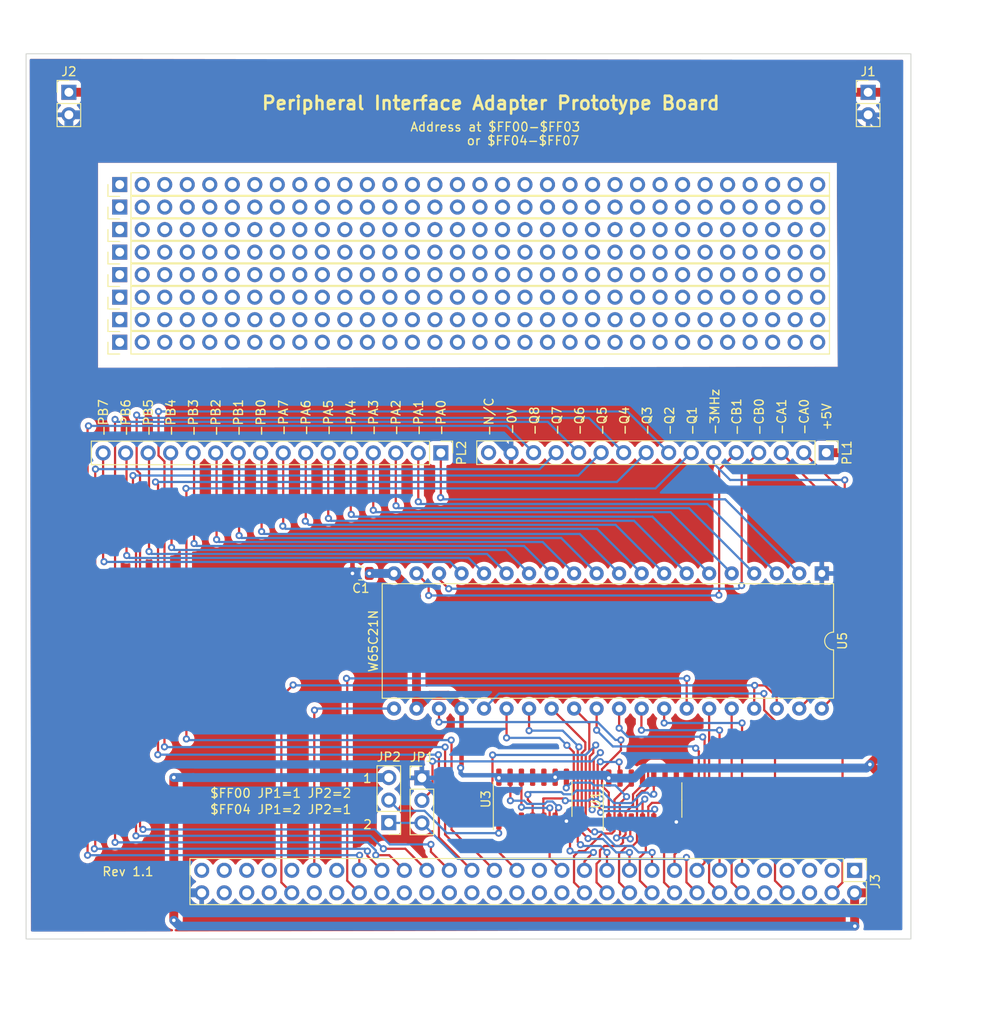
<source format=kicad_pcb>
(kicad_pcb (version 20221018) (generator pcbnew)
  (layers (0 "F.Cu" signal) (31 "B.Cu" signal) (34 "B.Paste" user) (35 "F.Paste" user) (36 "B.SilkS" user "B.Silkscreen") (37 "F.SilkS" user "F.Silkscreen") (38 "B.Mask" user) (39 "F.Mask" user) (44 "Edge.Cuts" user))
  (net 0 "")
  (net 1 "+5V")
  (net 2 "GND")
  (net 4 "Clock24")
  (net 5 "Clock3")
  (net 7 "Clock6")
  (net 8 "~{E}")
  (net 9 "E")
  (net 10 "~{Q}")
  (net 11 "Q")
  (net 12 "D0")
  (net 13 "A0")
  (net 14 "D1")
  (net 15 "A1")
  (net 16 "D2")
  (net 17 "A2")
  (net 18 "D3")
  (net 19 "A3")
  (net 20 "D4")
  (net 21 "A4")
  (net 22 "D5")
  (net 23 "A5")
  (net 24 "D6")
  (net 25 "A6")
  (net 26 "D7")
  (net 27 "A7")
  (net 28 "MAPPED_MEM")
  (net 29 "A8")
  (net 30 "ROM{slash}~{RAM}")
  (net 31 "A9")
  (net 32 "Q1")
  (net 33 "A10")
  (net 34 "Q2")
  (net 35 "A11")
  (net 36 "Q3")
  (net 37 "A12")
  (net 38 "Q4")
  (net 39 "A13")
  (net 40 "Q5")
  (net 41 "A14")
  (net 42 "Q6")
  (net 43 "A15")
  (net 44 "Q7")
  (net 46 "Q8")
  (net 47 "~{RESET}")
  (net 48 "~{DMA}")
  (net 49 "~{NMI}")
  (net 50 "R{slash}~{W}")
  (net 51 "~{FIRQ}")
  (net 52 "~{HALT}")
  (net 53 "~{IRQ}")
  (net 55 "BA")
  (net 56 "MRDY")
  (net 57 "BS")
  (net 317 "CA0")
  (net 318 "CA1")
  (net 319 "CB0")
  (net 320 "CB1")
  (net 321 "Net-(JP1-C)")
  (net 322 "PA0")
  (net 323 "PA1")
  (net 324 "PA2")
  (net 325 "PA3")
  (net 326 "PA4")
  (net 327 "PA5")
  (net 328 "PA6")
  (net 329 "PA7")
  (net 330 "PB0")
  (net 331 "PB1")
  (net 332 "PB2")
  (net 333 "PB3")
  (net 334 "PB4")
  (net 335 "PB5")
  (net 336 "PB6")
  (net 337 "PB7")
  (net 338 "Net-(U1-Pad4)")
  (net 339 "Net-(U1-Pad10)")
  (net 340 "Net-(U1-Pad13)")
  (net 341 "Net-(JP2-C)")
  (net 343 "~{CS2}")
  (net 344 "Net-(U3-Pad13)")
  (net 345 "Net-(U1-Pad2)")
  (footprint "Connector_PinHeader_2.54mm:PinHeader_1x32_P2.54mm_Vertical" (layer "F.Cu") (at 102.357 81.78 90)
    (fp_text reference "J8" hide)
    (fp_text value "Conn_01x32" hide)
  )
  (footprint "Connector_PinHeader_2.54mm:PinHeader_1x32_P2.54mm_Vertical" (layer "F.Cu") (at 102.357 76.7 90)
    (fp_text reference "J10" hide)
    (fp_text value "Conn_01x32" hide)
  )
  (footprint "Connector_PinHeader_2.54mm:PinHeader_1x32_P2.54mm_Vertical" (layer "F.Cu") (at 102.357 79.24 90)
    (fp_text reference "J5" hide)
    (fp_text value "Conn_01x32" hide)
  )
  (footprint "Connector_PinHeader_2.54mm:PinHeader_1x02_P2.54mm_Vertical" (layer "F.Cu") (at 186.7916 53.594)
    (fp_text reference "J1")
    (fp_text value "Conn_01x02_Male")
  )
  (footprint "Connector_PinHeader_2.54mm:PinHeader_1x32_P2.54mm_Vertical" (layer "F.Cu") (at 102.357 64 90)
    (fp_text reference "J6" hide)
    (fp_text value "Conn_01x32" hide)
  )
  (footprint "Package_DIP:DIP-40_W15.24mm" (layer "F.Cu") (at 181.5592 107.8484 -90)
    (fp_text reference "U5")
    (fp_text value "W65C21N")
  )
  (footprint "Connector_PinHeader_2.54mm:PinHeader_1x03_P2.54mm_Vertical" (layer "F.Cu") (at 136.4488 130.9012)
    (fp_text reference "JP1")
    (fp_text value "FF00")
  )
  (footprint "Connector_PinHeader_2.54mm:PinHeader_1x32_P2.54mm_Vertical" (layer "F.Cu") (at 102.357 66.54 90)
    (fp_text reference "J9" hide)
    (fp_text value "Conn_01x32" hide)
  )
  (footprint "Connector_PinHeader_2.54mm:PinHeader_1x32_P2.54mm_Vertical" (layer "F.Cu") (at 102.357 71.62 90)
    (fp_text reference "J4" hide)
    (fp_text value "Conn_01x32" hide)
  )
  (footprint "Package_SO:SO-14_3.9x8.65mm_P1.27mm" (layer "F.Cu") (at 161.3408 133.4008 90)
    (fp_text reference "U1")
    (fp_text value "74HC02")
  )
  (footprint "Connector_PinHeader_2.54mm:PinHeader_1x16_P2.54mm_Vertical" (layer "F.Cu") (at 138.5824 94.2594 -90)
    (fp_text reference "PL2")
    (fp_text value "Conn_01x16_Male")
  )
  (footprint "Connector_PinHeader_2.54mm:PinHeader_1x02_P2.54mm_Vertical" (layer "F.Cu") (at 96.6216 53.594)
    (fp_text reference "J2")
    (fp_text value "Conn_01x02_Male")
  )
  (footprint "Connector_PinHeader_2.54mm:PinHeader_1x16_P2.54mm_Vertical" (layer "F.Cu") (at 182.0672 94.234 -90)
    (fp_text reference "PL1")
    (fp_text value "Conn_01x16_Male")
  )
  (footprint "Connector_PinHeader_2.54mm:PinHeader_1x03_P2.54mm_Vertical" (layer "F.Cu") (at 132.715 135.9512 180)
    (fp_text reference "JP2")
    (fp_text value "FF04")
  )
  (footprint "Connector_PinHeader_2.54mm:PinHeader_1x32_P2.54mm_Vertical" (layer "F.Cu") (at 102.357 74.16 90)
    (fp_text reference "J7" hide)
    (fp_text value "Conn_01x32" hide)
  )
  (footprint "Capacitor_SMD:C_0805_2012Metric" (layer "F.Cu") (at 129.5654 107.8484 180)
    (fp_text reference "C1")
    (fp_text value "1uF")
  )
  (footprint "Connector_PinHeader_2.54mm:PinHeader_2x30_P2.54mm_Vertical" (layer "F.Cu") (at 185.2676 141.3256 -90)
    (fp_text reference "J3")
    (fp_text value "Conn_02x30_Odd_Even")
  )
  (footprint "Connector_PinHeader_2.54mm:PinHeader_1x32_P2.54mm_Vertical" (layer "F.Cu") (at 102.357 69.08 90)
    (fp_text reference "J11" hide)
    (fp_text value "Conn_01x32" hide)
  )
  (footprint "Package_SO:SO-14_3.9x8.65mm_P1.27mm" (layer "F.Cu") (at 148.941572 133.306119 90)
    (fp_text reference "U3")
    (fp_text value "74HC21")
  )
  (gr_rect (start 91.7956 49.2522) (end 191.6176 149.0742) (stroke (width 0.1)) (fill none) (layer "Edge.Cuts"))
  (gr_text "-CB0" (at 174.498 90.1954 90) (layer "F.SilkS") (effects (font (size 1 1))))
  (gr_text "-PA4" (at 128.4478 90.297 90) (layer "F.SilkS") (effects (font (size 1 1))))
  (gr_text "$FF00 JP1=1 JP2=2" (at 112.4712 133.223) (layer "F.SilkS") (effects (font (size 1 1)) (justify left bottom)))
  (gr_text "-CB1" (at 171.958 90.1954 90) (layer "F.SilkS") (effects (font (size 1 1))))
  (gr_text "-PA3" (at 130.9878 90.297 90) (layer "F.SilkS") (effects (font (size 1 1))))
  (gr_text "-PA7" (at 120.8278 90.297 90) (layer "F.SilkS") (effects (font (size 1 1))))
  (gr_text "-PA0" (at 138.6078 90.297 90) (layer "F.SilkS") (effects (font (size 1 1))))
  (gr_text "-Q7" (at 151.6888 90.6526 90) (layer "F.SilkS") (effects (font (size 1 1))))
  (gr_text "-Q2" (at 164.3888 90.6526 90) (layer "F.SilkS") (effects (font (size 1 1))))
  (gr_text "-PB5" (at 105.5878 90.297 90) (layer "F.SilkS") (effects (font (size 1 1))))
  (gr_text "-PB0" (at 118.2878 90.297 90) (layer "F.SilkS") (effects (font (size 1 1))))
  (gr_text "-PB7" (at 100.5078 90.297 90) (layer "F.SilkS") (effects (font (size 1 1))))
  (gr_text "-PB6" (at 103.0478 90.297 90) (layer "F.SilkS") (effects (font (size 1 1))))
  (gr_text "-PB1" (at 115.7478 90.297 90) (layer "F.SilkS") (effects (font (size 1 1))))
  (gr_text "Peripheral Interface Adapter Prototype Board" (at 144.2212 54.8132) (layer "F.SilkS") (effects (font (size 1.5 1.5) (thickness 0.3))))
  (gr_text "Rev 1.1" (at 100.3046 142.0622) (layer "F.SilkS") (effects (font (size 1 1)) (justify left bottom)))
  (gr_text "+5V" (at 182.118 90.1954 90) (layer "F.SilkS") (effects (font (size 1 1))))
  (gr_text "-PB3" (at 110.6678 90.297 90) (layer "F.SilkS") (effects (font (size 1 1))))
  (gr_text "$FF04 JP1=2 JP2=1" (at 112.4712 135.0518) (layer "F.SilkS") (effects (font (size 1 1)) (justify left bottom)))
  (gr_text "1" (at 129.7178 131.5466) (layer "F.SilkS") (effects (font (size 1 1)) (justify left bottom)))
  (gr_text "-PA6" (at 123.3678 90.297 90) (layer "F.SilkS") (effects (font (size 1 1))))
  (gr_text "-Q8" (at 149.1488 90.6526 90) (layer "F.SilkS") (effects (font (size 1 1))))
  (gr_text "-3MHz" (at 169.4942 89.6366 90) (layer "F.SilkS") (effects (font (size 1 1))))
  (gr_text "-Q1" (at 166.9288 90.6526 90) (layer "F.SilkS") (effects (font (size 1 1))))
  (gr_text "or $FF04-$FF07" (at 147.8534 59.055) (layer "F.SilkS") (effects (font (size 1 1))))
  (gr_text "-Q4" (at 159.3088 90.6526 90) (layer "F.SilkS") (effects (font (size 1 1))))
  (gr_text "Address at $FF00-$FF03" (at 144.7292 57.5056) (layer "F.SilkS") (effects (font (size 1 1))))
  (gr_text "-PB4" (at 108.1278 90.297 90) (layer "F.SilkS") (effects (font (size 1 1))))
  (gr_text "-0V" (at 146.6088 90.6526 90) (layer "F.SilkS") (effects (font (size 1 1))))
  (gr_text "-N/C" (at 144.018 90.1954 90) (layer "F.SilkS") (effects (font (size 1 1))))
  (gr_text "-Q5" (at 156.7688 90.6526 90) (layer "F.SilkS") (effects (font (size 1 1))))
  (gr_text "-PA1" (at 136.0678 90.297 90) (layer "F.SilkS") (effects (font (size 1 1))))
  (gr_text "-Q6" (at 154.2288 90.6526 90) (layer "F.SilkS") (effects (font (size 1 1))))
  (gr_text "-Q3" (at 161.8488 90.6526 90) (layer "F.SilkS") (effects (font (size 1 1))))
  (gr_text "-CA1" (at 177.038 90.1954 90) (layer "F.SilkS") (effects (font (size 1 1))))
  (gr_text "2" (at 129.7432 136.7536) (layer "F.SilkS") (effects (font (size 1 1)) (justify left bottom)))
  (gr_text "-PA2" (at 133.5278 90.297 90) (layer "F.SilkS") (effects (font (size 1 1))))
  (gr_text "-PA5" (at 125.9078 90.297 90) (layer "F.SilkS") (effects (font (size 1 1))))
  (gr_text "-CA0" (at 179.578 90.1954 90) (layer "F.SilkS") (effects (font (size 1 1))))
  (gr_text "-PB2" (at 113.2078 90.297 90) (layer "F.SilkS") (effects (font (size 1 1))))
  (segment (start 185.268 143.866) (end 185.2676 143.8656) (width 1) (layer "F.Cu") (net 1))
  (segment (start 135.8392 123.0884) (end 137.3392 121.5884) (width 1) (layer "F.Cu") (net 1))
  (segment (start 185.268 147.5998) (end 185.268 143.866) (width 1) (layer "F.Cu") (net 1))
  (segment (start 135.8392 123.0884) (end 135.8392 110.3884) (width 1) (layer "F.Cu") (net 1))
  (segment (start 151.481572 130.831119) (end 150.211572 130.831119) (width 0.5) (layer "F.Cu") (net 1))
  (segment (start 182.0672 94.234) (end 190.0432 94.234) (width 1) (layer "F.Cu") (net 1))
  (segment (start 137.3392 121.5884) (end 139.4192 121.5884) (width 1) (layer "F.Cu") (net 1))
  (segment (start 190.094 94.1832) (end 190.094 102.159) (width 1) (layer "F.Cu") (net 1))
  (segment (start 188.62 53.594) (end 190.094 55.0672) (width 1) (layer "F.Cu") (net 1))
  (segment (start 108.458 130.8608) (end 108.458 146.9644) (width 1) (layer "F.Cu") (net 1))
  (segment (start 186.7916 53.594) (end 188.62 53.594) (width 1) (layer "F.Cu") (net 1))
  (segment (start 151.384 130.977) (end 151.4856 130.8754) (width 0.25) (layer "F.Cu") (net 1))
  (segment (start 190.094 126.289) (end 186.995 129.388) (width 1) (layer "F.Cu") (net 1))
  (segment (start 151.384 130.928691) (end 151.384 130.977) (width 0.5) (layer "F.Cu") (net 1))
  (segment (start 145.1356 130.912) (end 145.1356 130.8754) (width 0.25) (layer "F.Cu") (net 1))
  (segment (start 190.094 55.0672) (end 190.094 94.1832) (width 1) (layer "F.Cu") (net 1))
  (segment (start 190.094 141.376) (end 187.554 143.916) (width 1) (layer "F.Cu") (net 1))
  (segment (start 186.995 129.388) (end 190.094 132.486) (width 1) (layer "F.Cu") (net 1))
  (segment (start 190.094 132.486) (end 190.094 141.376) (width 1) (layer "F.Cu") (net 1))
  (segment (start 190.0432 94.234) (end 190.094 94.1832) (width 1) (layer "F.Cu") (net 1))
  (segment (start 187.503 143.866) (end 185.268 143.866) (width 1) (layer "F.Cu") (net 1))
  (segment (start 187.554 143.916) (end 187.503 143.866) (width 1) (layer "F.Cu") (net 1))
  (segment (start 96.6216 53.594) (end 186.7916 53.594) (width 1) (layer "F.Cu") (net 1))
  (segment (start 151.4856 130.8754) (end 151.486 130.875) (width 0.25) (layer "F.Cu") (net 1))
  (segment (start 140.9192 129.667) (end 140.9192 123.0884) (width 0.5) (layer "F.Cu") (net 1))
  (segment (start 151.481572 130.831119) (end 151.384 130.928691) (width 0.5) (layer "F.Cu") (net 1))
  (segment (start 140.8176 129.7686) (end 140.9192 129.667) (width 0.5) (layer "F.Cu") (net 1))
  (segment (start 135.8392 110.3884) (end 133.2992 107.8484) (width 1) (layer "F.Cu") (net 1))
  (segment (start 145.1356 130.8754) (end 145.136 130.875) (width 0.25) (layer "F.Cu") (net 1))
  (segment (start 185.293 147.6248) (end 185.268 147.5998) (width 1) (layer "F.Cu") (net 1))
  (segment (start 190.094 102.159) (end 190.094 126.289) (width 1) (layer "F.Cu") (net 1))
  (segment (start 139.4192 121.5884) (end 140.9192 123.0884) (width 1) (layer "F.Cu") (net 1))
  (via (at 185.293 147.6248) (size 0.8) (drill 0.4) (layers "F.Cu" "B.Cu") (net 1))
  (via (at 151.481572 130.831119) (size 0.8) (drill 0.4) (layers "F.Cu" "B.Cu") (net 1))
  (via (at 145.1356 130.912) (size 0.8) (drill 0.4) (layers "F.Cu" "B.Cu") (net 1))
  (via (at 140.8176 129.7686) (size 0.8) (drill 0.4) (layers "F.Cu" "B.Cu") (net 1))
  (via (at 108.458 146.9644) (size 0.8) (drill 0.4) (layers "F.Cu" "B.Cu") (net 1))
  (via (at 130.5154 107.8484) (size 0.8) (drill 0.4) (layers "F.Cu" "B.Cu") (net 1))
  (via (at 157.5308 130.9258) (size 0.8) (drill 0.4) (layers "F.Cu" "B.Cu") (net 1))
  (via (at 186.995 129.388) (size 0.8) (drill 0.4) (layers "F.Cu" "B.Cu") (net 1))
  (via (at 108.458 130.8608) (size 0.8) (drill 0.4) (layers "F.Cu" "B.Cu") (net 1))
  (segment (start 108.458 146.9644) (end 109.1184 147.6248) (width 1) (layer "B.Cu") (net 1))
  (segment (start 186.589 129.794) (end 186.995 129.388) (width 1) (layer "B.Cu") (net 1))
  (segment (start 144.8304 130.6068) (end 141.0462 130.6068) (width 0.5) (layer "B.Cu") (net 1))
  (segment (start 160.3868 130.9258) (end 161.5186 129.794) (width 1) (layer "B.Cu") (net 1))
  (segment (start 151.705891 130.6068) (end 151.481572 130.831119) (width 1) (layer "B.Cu") (net 1))
  (segment (start 109.1184 147.6248) (end 185.293 147.6248) (width 1) (layer "B.Cu") (net 1))
  (segment (start 108.458 130.8608) (end 110.647 130.8608) (width 1) (layer "B.Cu") (net 1))
  (segment (start 110.6574 130.8712) (end 132.715 130.8712) (width 1) (layer "B.Cu") (net 1))
  (segment (start 141.0462 130.6068) (end 140.8176 130.3782) (width 0.5) (layer "B.Cu") (net 1))
  (segment (start 157.2118 130.6068) (end 151.705891 130.6068) (width 1) (layer "B.Cu") (net 1))
  (segment (start 133.2992 107.8484) (end 130.5154 107.8484) (width 1) (layer "B.Cu") (net 1))
  (segment (start 145.1356 130.912) (end 151.400691 130.912) (width 1) (layer "B.Cu") (net 1))
  (segment (start 151.400691 130.912) (end 151.481572 130.831119) (width 1) (layer "B.Cu") (net 1))
  (segment (start 157.5308 130.9258) (end 157.2118 130.6068) (width 1) (layer "B.Cu") (net 1))
  (segment (start 145.1356 130.912) (end 144.8304 130.6068) (width 0.25) (layer "B.Cu") (net 1))
  (segment (start 161.5186 129.794) (end 186.589 129.794) (width 1) (layer "B.Cu") (net 1))
  (segment (start 110.647 130.8608) (end 110.6574 130.8712) (width 1) (layer "B.Cu") (net 1))
  (segment (start 140.8176 130.3782) (end 140.8176 129.7686) (width 0.5) (layer "B.Cu") (net 1))
  (segment (start 157.5308 130.9258) (end 160.3868 130.9258) (width 1) (layer "B.Cu") (net 1))
  (via (at 152.751572 135.781119) (size 0.8) (drill 0.4) (layers "F.Cu" "B.Cu") (net 2))
  (via (at 128.6154 107.8484) (size 0.8) (drill 0.4) (layers "F.Cu" "B.Cu") (net 2))
  (via (at 165.1508 135.8758) (size 0.8) (drill 0.4) (layers "F.Cu" "B.Cu") (net 2))
  (segment (start 188.316 130.912) (end 188.316 106.223) (width 1) (layer "B.Cu") (net 2))
  (segment (start 96.9772 107.8484) (end 96.6216 108.204) (width 1) (layer "B.Cu") (net 2))
  (segment (start 165.165 135.89) (end 183.337 135.89) (width 1) (layer "B.Cu") (net 2))
  (segment (start 186.7916 56.134) (end 186.792 56.134) (width 1) (layer "B.Cu") (net 2))
  (segment (start 152.642691 135.89) (end 152.751572 135.781119) (width 1) (layer "B.Cu") (net 2))
  (segment (start 142.5702 135.89) (end 152.642691 135.89) (width 1) (layer "B.Cu") (net 2))
  (segment (start 96.6216 56.134) (end 96.6216 89.9922) (width 1) (layer "B.Cu") (net 2))
  (segment (start 96.6216 98.1964) (end 96.6216 108.204) (width 1) (layer "B.Cu") (net 2))
  (segment (start 136.4488 130.9116) (end 136.4488 130.9012) (width 1) (layer "B.Cu") (net 2))
  (segment (start 165.1508 135.8758) (end 165.165 135.89) (width 1) (layer "B.Cu") (net 2))
  (segment (start 142.5702 135.89) (end 141.4272 135.89) (width 1) (layer "B.Cu") (net 2))
  (segment (start 97.892 143.866) (end 111.6076 143.866) (width 1) (layer "B.Cu") (net 2))
  (segment (start 189.078 105.461) (end 188.316 106.223) (width 1) (layer "B.Cu") (net 2))
  (segment (start 141.4272 135.89) (end 136.4488 130.9116) (width 1) (layer "B.Cu") (net 2))
  (segment (start 144.6784 92.4052) (end 146.5072 94.234) (width 1) (layer "B.Cu") (net 2))
  (segment (start 183.337 135.89) (end 188.316 130.912) (width 1) (layer "B.Cu") (net 2))
  (segment (start 152.860453 135.89) (end 165.1366 135.89) (width 1) (layer "B.Cu") (net 2))
  (segment (start 111.6076 143.866) (end 111.608 143.866) (width 1) (layer "B.Cu") (net 2))
  (segment (start 96.6216 89.9922) (end 96.6216 98.1964) (width 1) (layer "B.Cu") (net 2))
  (segment (start 189.078 58.42) (end 189.078 105.461) (width 1) (layer "B.Cu") (net 2))
  (segment (start 96.6216 108.204) (end 96.6216 142.5956) (width 1) (layer "B.Cu") (net 2))
  (segment (start 165.1366 135.89) (end 165.1508 135.8758) (width 1) (layer "B.Cu") (net 2))
  (segment (start 96.6216 142.5956) (end 97.892 143.866) (width 1) (layer "B.Cu") (net 2))
  (segment (start 96.6216 89.9922) (end 96.6216 92.4052) (width 1) (layer "B.Cu") (net 2))
  (segment (start 96.6216 92.4052) (end 144.6784 92.4052) (width 1) (layer "B.Cu") (net 2))
  (segment (start 128.6154 107.8484) (end 96.9772 107.8484) (width 1) (layer "B.Cu") (net 2))
  (segment (start 186.6906 107.8484) (end 181.5592 107.8484) (width 0.5) (layer "B.Cu") (net 2))
  (segment (start 96.6216 56.134) (end 186.7916 56.134) (width 1) (layer "B.Cu") (net 2))
  (segment (start 188.316 106.223) (end 186.6906 107.8484) (width 0.5) (layer "B.Cu") (net 2))
  (segment (start 186.792 56.134) (end 189.078 58.42) (width 1) (layer "B.Cu") (net 2))
  (segment (start 189.078 105.461) (end 188.316 106.223) (width 1) (layer "B.Cu") (net 2))
  (segment (start 152.751572 135.781119) (end 152.860453 135.89) (width 1) (layer "B.Cu") (net 2))
  (segment (start 111.6076 143.8656) (end 111.6076 143.866) (width 1) (layer "B.Cu") (net 2))
  (segment (start 182.7276 143.8656) (end 183.9026 142.6906) (width 0.25) (layer "F.Cu") (net 5))
  (segment (start 183.9026 121.381396) (end 184.15 121.133996) (width 0.25) (layer "F.Cu") (net 5))
  (segment (start 184.15 121.133996) (end 184.15 97.3074) (width 0.25) (layer "F.Cu") (net 5))
  (segment (start 183.9026 142.6906) (end 183.9026 121.381396) (width 0.25) (layer "F.Cu") (net 5))
  (via (at 184.15 97.3074) (size 0.8) (drill 0.4) (layers "F.Cu" "B.Cu") (net 5))
  (segment (start 184.15 97.3074) (end 171.2214 97.3074) (width 0.25) (layer "B.Cu") (net 5))
  (segment (start 169.3672 95.4532) (end 169.3672 94.234) (width 0.25) (layer "B.Cu") (net 5))
  (segment (start 171.2214 97.3074) (end 169.3672 95.4532) (width 0.25) (layer "B.Cu") (net 5))
  (segment (start 176.2826 142.5006) (end 176.2826 124.482791) (width 0.25) (layer "F.Cu") (net 9))
  (segment (start 177.6476 143.8656) (end 176.2826 142.5006) (width 0.25) (layer "F.Cu") (net 9))
  (segment (start 176.2826 124.482791) (end 175.0642 123.264391) (width 0.25) (layer "F.Cu") (net 9))
  (segment (start 175.0642 121.4194) (end 175.0314 121.3866) (width 0.25) (layer "F.Cu") (net 9))
  (segment (start 175.0642 123.264391) (end 175.0642 121.4194) (width 0.25) (layer "F.Cu") (net 9))
  (via (at 175.0314 121.3866) (size 0.8) (drill 0.4) (layers "F.Cu" "B.Cu") (net 9))
  (segment (start 145.161 121.3866) (end 143.4592 123.0884) (width 0.25) (layer "B.Cu") (net 9))
  (segment (start 175.0314 121.3866) (end 145.161 121.3866) (width 0.25) (layer "B.Cu") (net 9))
  (segment (start 172.5676 124.714) (end 172.5676 141.3256) (width 0.25) (layer "F.Cu") (net 12))
  (segment (start 163.7792 123.0884) (end 163.7792 124.714) (width 0.25) (layer "F.Cu") (net 12))
  (via (at 172.5676 124.714) (size 0.8) (drill 0.4) (layers "F.Cu" "B.Cu") (net 12))
  (via (at 163.7792 124.714) (size 0.8) (drill 0.4) (layers "F.Cu" "B.Cu") (net 12))
  (segment (start 172.5676 124.714) (end 163.7792 124.714) (width 0.25) (layer "B.Cu") (net 12))
  (segment (start 171.3926 123.095) (end 171.3992 123.0884) (width 0.25) (layer "F.Cu") (net 13))
  (segment (start 172.5676 143.8656) (end 171.3926 142.6906) (width 0.25) (layer "F.Cu") (net 13))
  (segment (start 171.3926 142.6906) (end 171.3926 123.095) (width 0.25) (layer "F.Cu") (net 13))
  (segment (start 161.2138 125.5268) (end 161.2138 123.1138) (width 0.25) (layer "F.Cu") (net 14))
  (segment (start 170.0276 141.3256) (end 170.0276 125.5268) (width 0.25) (layer "F.Cu") (net 14))
  (segment (start 161.2138 123.1138) (end 161.2392 123.0884) (width 0.25) (layer "F.Cu") (net 14))
  (via (at 170.0276 125.5268) (size 0.8) (drill 0.4) (layers "F.Cu" "B.Cu") (net 14))
  (via (at 161.2138 125.5268) (size 0.8) (drill 0.4) (layers "F.Cu" "B.Cu") (net 14))
  (segment (start 161.2138 125.5268) (end 170.0276 125.5268) (width 0.25) (layer "B.Cu") (net 14))
  (segment (start 170.0276 143.8656) (end 168.8526 142.6906) (width 0.25) (layer "F.Cu") (net 15))
  (segment (start 168.8526 142.6906) (end 168.8526 123.095) (width 0.25) (layer "F.Cu") (net 15))
  (segment (start 168.8526 123.095) (end 168.8592 123.0884) (width 0.25) (layer "F.Cu") (net 15))
  (segment (start 158.6992 125.2982) (end 158.6992 123.0884) (width 0.25) (layer "F.Cu") (net 16))
  (segment (start 168.3376 126.4983) (end 168.3376 140.4756) (width 0.25) (layer "F.Cu") (net 16))
  (segment (start 168.3376 140.4756) (end 167.4876 141.3256) (width 0.25) (layer "F.Cu") (net 16))
  (segment (start 168.1281 126.2888) (end 168.3376 126.4983) (width 0.25) (layer "F.Cu") (net 16))
  (via (at 158.6992 125.2982) (size 0.8) (drill 0.4) (layers "F.Cu" "B.Cu") (net 16))
  (via (at 168.1281 126.2888) (size 0.8) (drill 0.4) (layers "F.Cu" "B.Cu") (net 16))
  (segment (start 168.1027 126.2634) (end 168.1281 126.2888) (width 0.25) (layer "B.Cu") (net 16))
  (segment (start 159.6644 126.2634) (end 168.1027 126.2634) (width 0.25) (layer "B.Cu") (net 16))
  (segment (start 158.6992 125.2982) (end 159.6644 126.2634) (width 0.25) (layer "B.Cu") (net 16))
  (segment (start 166.2938 139.8778) (end 166.2938 142.6718) (width 0.25) (layer "F.Cu") (net 17))
  (segment (start 166.2938 142.6718) (end 167.4876 143.8656) (width 0.25) (layer "F.Cu") (net 17))
  (via (at 166.2938 139.8778) (size 0.8) (drill 0.4) (layers "F.Cu" "B.Cu") (net 17))
  (segment (start 140.4978 140.0302) (end 136.4488 135.9812) (width 0.25) (layer "B.Cu") (net 17))
  (segment (start 132.745 135.9812) (end 132.715 135.9512) (width 0.25) (layer "B.Cu") (net 17))
  (segment (start 166.1414 140.0302) (end 140.4978 140.0302) (width 0.25) (layer "B.Cu") (net 17))
  (segment (start 136.4488 135.9812) (end 132.745 135.9812) (width 0.25) (layer "B.Cu") (net 17))
  (segment (start 166.2938 139.8778) (end 166.1414 140.0302) (width 0.25) (layer "B.Cu") (net 17))
  (segment (start 164.9476 139.538295) (end 164.9476 141.3256) (width 0.25) (layer "F.Cu") (net 18))
  (segment (start 156.1592 125.5268) (end 156.1592 123.0884) (width 0.25) (layer "F.Cu") (net 18))
  (segment (start 167.6908 127.9144) (end 167.6908 136.795095) (width 0.25) (layer "F.Cu") (net 18))
  (segment (start 167.3352 127.5588) (end 167.6908 127.9144) (width 0.25) (layer "F.Cu") (net 18))
  (segment (start 167.6908 136.795095) (end 164.9476 139.538295) (width 0.25) (layer "F.Cu") (net 18))
  (via (at 167.3352 127.5588) (size 0.8) (drill 0.4) (layers "F.Cu" "B.Cu") (net 18))
  (via (at 156.1592 125.5268) (size 0.8) (drill 0.4) (layers "F.Cu" "B.Cu") (net 18))
  (segment (start 167.3352 127.5588) (end 167.132 127.3556) (width 0.25) (layer "B.Cu") (net 18))
  (segment (start 167.132 127.3556) (end 157.988 127.3556) (width 0.25) (layer "B.Cu") (net 18))
  (segment (start 157.988 127.3556) (end 156.1592 125.5268) (width 0.25) (layer "B.Cu") (net 18))
  (segment (start 163.7726 142.6906) (end 163.7726 135.984) (width 0.25) (layer "F.Cu") (net 19))
  (segment (start 163.7726 135.984) (end 163.8808 135.8758) (width 0.25) (layer "F.Cu") (net 19))
  (segment (start 164.9476 143.8656) (end 163.7726 142.6906) (width 0.25) (layer "F.Cu") (net 19))
  (segment (start 155.3343 124.8035) (end 153.6192 123.0884) (width 0.25) (layer "F.Cu") (net 20))
  (segment (start 155.940102 136.9895) (end 155.5061 136.9895) (width 0.25) (layer "F.Cu") (net 20))
  (segment (start 155.3343 127.893101) (end 155.3343 124.8035) (width 0.25) (layer "F.Cu") (net 20))
  (segment (start 162.4076 139.32368) (end 162.4076 141.3256) (width 0.25) (layer "F.Cu") (net 20))
  (segment (start 154.9306 128.296801) (end 155.3343 127.893101) (width 0.25) (layer "F.Cu") (net 20))
  (segment (start 155.5061 136.9895) (end 154.9306 136.414) (width 0.25) (layer "F.Cu") (net 20))
  (segment (start 154.9306 136.414) (end 154.9306 128.296801) (width 0.25) (layer "F.Cu") (net 20))
  (segment (start 162.42558 139.3057) (end 162.4076 139.32368) (width 0.25) (layer "F.Cu") (net 20))
  (via (at 155.940102 136.9895) (size 0.8) (drill 0.4) (layers "F.Cu" "B.Cu") (net 20))
  (via (at 162.42558 139.3057) (size 0.8) (drill 0.4) (layers "F.Cu" "B.Cu") (net 20))
  (segment (start 162.42558 139.3057) (end 160.892905 139.3057) (width 0.25) (layer "B.Cu") (net 20))
  (segment (start 160.892905 139.3057) (end 160.167905 138.5807) (width 0.25) (layer "B.Cu") (net 20))
  (segment (start 156.701296 136.9895) (end 155.940102 136.9895) (width 0.25) (layer "B.Cu") (net 20))
  (segment (start 158.292496 138.5807) (end 156.701296 136.9895) (width 0.25) (layer "B.Cu") (net 20))
  (segment (start 160.167905 138.5807) (end 158.292496 138.5807) (width 0.25) (layer "B.Cu") (net 20))
  (segment (start 162.4076 143.8656) (end 161.0426 142.5006) (width 0.25) (layer "F.Cu") (net 21))
  (segment (start 161.0426 139.8712) (end 161.708 139.2058) (width 0.25) (layer "F.Cu") (net 21))
  (segment (start 164.0216 133.7172) (end 165.1508 132.588) (width 0.25) (layer "F.Cu") (net 21))
  (segment (start 161.9858 137.216895) (end 161.9858 134.141395) (width 0.25) (layer "F.Cu") (net 21))
  (segment (start 162.409995 133.7172) (end 164.0216 133.7172) (width 0.25) (layer "F.Cu") (net 21))
  (segment (start 161.0426 142.5006) (end 161.0426 139.8712) (width 0.25) (layer "F.Cu") (net 21))
  (segment (start 161.9858 134.141395) (end 162.409995 133.7172) (width 0.25) (layer "F.Cu") (net 21))
  (segment (start 165.1508 132.588) (end 165.1508 130.9258) (width 0.25) (layer "F.Cu") (net 21))
  (segment (start 161.708 137.494695) (end 161.9858 137.216895) (width 0.25) (layer "F.Cu") (net 21))
  (segment (start 161.708 139.2058) (end 161.708 137.494695) (width 0.25) (layer "F.Cu") (net 21))
  (segment (start 154.4806 137.022202) (end 154.4806 128.110405) (width 0.25) (layer "F.Cu") (net 22))
  (segment (start 155.194 137.735602) (end 154.4806 137.022202) (width 0.25) (layer "F.Cu") (net 22))
  (segment (start 154.8843 127.706705) (end 154.8843 126.8935) (width 0.25) (layer "F.Cu") (net 22))
  (segment (start 154.8843 126.8935) (end 151.0792 123.0884) (width 0.25) (layer "F.Cu") (net 22))
  (segment (start 159.8676 139.3057) (end 159.8676 141.3256) (width 0.25) (layer "F.Cu") (net 22))
  (segment (start 154.4806 128.110405) (end 154.8843 127.706705) (width 0.25) (layer "F.Cu") (net 22))
  (via (at 159.8676 139.3057) (size 0.8) (drill 0.4) (layers "F.Cu" "B.Cu") (net 22))
  (via (at 155.194 137.735602) (size 0.8) (drill 0.4) (layers "F.Cu" "B.Cu") (net 22))
  (segment (start 159.8676 139.3057) (end 158.3811 139.3057) (width 0.25) (layer "B.Cu") (net 22))
  (segment (start 155.246198 137.7878) (end 155.194 137.735602) (width 0.25) (layer "B.Cu") (net 22))
  (segment (start 156.8632 137.7878) (end 155.246198 137.7878) (width 0.25) (layer "B.Cu") (net 22))
  (segment (start 158.3811 139.3057) (end 156.8632 137.7878) (width 0.25) (layer "B.Cu") (net 22))
  (segment (start 159.567295 138.5807) (end 160.2249 138.5807) (width 0.25) (layer "F.Cu") (net 23))
  (segment (start 161.9658 129.924049) (end 162.400649 129.4892) (width 0.25) (layer "F.Cu") (net 23))
  (segment (start 163.2712 129.4892) (end 163.8808 130.0988) (width 0.25) (layer "F.Cu") (net 23))
  (segment (start 161.544 132.3848) (end 161.9658 131.963) (width 0.25) (layer "F.Cu") (net 23))
  (segment (start 160.7158 132.9336) (end 161.2646 132.3848) (width 0.25) (layer "F.Cu") (net 23))
  (segment (start 162.400649 129.4892) (end 163.2712 129.4892) (width 0.25) (layer "F.Cu") (net 23))
  (segment (start 160.7158 138.0898) (end 160.7158 132.9336) (width 0.25) (layer "F.Cu") (net 23))
  (segment (start 158.6926 139.455395) (end 159.567295 138.5807) (width 0.25) (layer "F.Cu") (net 23))
  (segment (start 163.8808 130.0988) (end 163.8808 130.9258) (width 0.25) (layer "F.Cu") (net 23))
  (segment (start 160.2249 138.5807) (end 160.7158 138.0898) (width 0.25) (layer "F.Cu") (net 23))
  (segment (start 161.2646 132.3848) (end 161.544 132.3848) (width 0.25) (layer "F.Cu") (net 23))
  (segment (start 159.8676 143.8656) (end 158.6926 142.6906) (width 0.25) (layer "F.Cu") (net 23))
  (segment (start 158.6926 142.6906) (end 158.6926 139.455395) (width 0.25) (layer "F.Cu") (net 23))
  (segment (start 161.9658 131.963) (end 161.9658 129.924049) (width 0.25) (layer "F.Cu") (net 23))
  (segment (start 154.0306 127.5351) (end 154.1593 127.4064) (width 0.25) (layer "F.Cu") (net 24))
  (segment (start 154.337122 138.431988) (end 154.0306 138.125466) (width 0.25) (layer "F.Cu") (net 24))
  (segment (start 148.5392 125.5776) (end 148.5392 123.0884) (width 0.25) (layer "F.Cu") (net 24))
  (segment (start 157.3276 139.3057) (end 157.3276 141.3256) (width 0.25) (layer "F.Cu") (net 24))
  (segment (start 154.0306 138.125466) (end 154.0306 127.5351) (width 0.25) (layer "F.Cu") (net 24))
  (via (at 157.3276 139.3057) (size 0.8) (drill 0.4) (layers "F.Cu" "B.Cu") (net 24))
  (via (at 148.5392 125.5776) (size 0.8) (drill 0.4) (layers "F.Cu" "B.Cu") (net 24))
  (via (at 154.337122 138.431988) (size 0.8) (drill 0.4) (layers "F.Cu" "B.Cu") (net 24))
  (via (at 154.1593 127.4064) (size 0.8) (drill 0.4) (layers "F.Cu" "B.Cu") (net 24))
  (segment (start 152.3305 125.5776) (end 148.5392 125.5776) (width 0.25) (layer "B.Cu") (net 24))
  (segment (start 154.485834 138.5807) (end 154.337122 138.431988) (width 0.25) (layer "B.Cu") (net 24))
  (segment (start 157.3276 139.3057) (end 156.6026 138.5807) (width 0.25) (layer "B.Cu") (net 24))
  (segment (start 156.6026 138.5807) (end 154.485834 138.5807) (width 0.25) (layer "B.Cu") (net 24))
  (segment (start 154.1593 127.4064) (end 152.3305 125.5776) (width 0.25) (layer "B.Cu") (net 24))
  (segment (start 156.5286 140.2196) (end 156.5286 139.079395) (width 0.25) (layer "F.Cu") (net 25))
  (segment (start 156.1526 140.5956) (end 156.5286 140.2196) (width 0.25) (layer "F.Cu") (net 25))
  (segment (start 156.1526 142.6906) (end 156.1526 140.5956) (width 0.25) (layer "F.Cu") (net 25))
  (segment (start 159.4258 134.8078) (end 160.2658 133.9678) (width 0.25) (layer "F.Cu") (net 25))
  (segment (start 157.3276 143.8656) (end 156.1526 142.6906) (width 0.25) (layer "F.Cu") (net 25))
  (segment (start 159.4258 137.288546) (end 159.4258 134.8078) (width 0.25) (layer "F.Cu") (net 25))
  (segment (start 160.2658 133.9678) (end 160.2658 132.747204) (width 0.25) (layer "F.Cu") (net 25))
  (segment (start 156.5286 139.079395) (end 157.027295 138.5807) (width 0.25) (layer "F.Cu") (net 25))
  (segment (start 159.132186 137.58216) (end 159.4258 137.288546) (width 0.25) (layer "F.Cu") (net 25))
  (segment (start 161.3408 131.672204) (end 161.3408 130.9258) (width 0.25) (layer "F.Cu") (net 25))
  (segment (start 160.2658 132.747204) (end 161.3408 131.672204) (width 0.25) (layer "F.Cu") (net 25))
  (segment (start 158.7517 138.5807) (end 159.132186 138.200214) (width 0.25) (layer "F.Cu") (net 25))
  (segment (start 157.027295 138.5807) (end 158.7517 138.5807) (width 0.25) (layer "F.Cu") (net 25))
  (segment (start 159.132186 138.200214) (end 159.132186 137.58216) (width 0.25) (layer "F.Cu") (net 25))
  (segment (start 153.5806 136.598842) (end 153.5806 128.0028) (width 0.25) (layer "F.Cu") (net 26))
  (segment (start 153.157701 137.021741) (end 153.5806 136.598842) (width 0.25) (layer "F.Cu") (net 26))
  (segment (start 154.7876 141.3256) (end 154.7876 140.3217) (width 0.25) (layer "F.Cu") (net 26))
  (segment (start 145.9992 126.3904) (end 145.9992 123.0884) (width 0.25) (layer "F.Cu") (net 26))
  (segment (start 154.7876 140.3217) (end 155.8036 139.3057) (width 0.25) (layer "F.Cu") (net 26))
  (segment (start 153.157701 139.136901) (end 153.157701 137.021741) (width 0.25) (layer "F.Cu") (net 26))
  (segment (start 153.5806 128.0028) (end 152.8064 127.2286) (width 0.25) (layer "F.Cu") (net 26))
  (via (at 145.9992 126.3904) (size 0.8) (drill 0.4) (layers "F.Cu" "B.Cu") (net 26))
  (via (at 155.8036 139.3057) (size 0.8) (drill 0.4) (layers "F.Cu" "B.Cu") (net 26))
  (via (at 152.8064 127.2286) (size 0.8) (drill 0.4) (layers "F.Cu" "B.Cu") (net 26))
  (via (at 153.157701 139.136901) (size 0.8) (drill 0.4) (layers "F.Cu" "B.Cu") (net 26))
  (segment (start 153.157701 139.136901) (end 153.3265 139.3057) (width 0.25) (layer "B.Cu") (net 26))
  (segment (start 151.9682 126.3904) (end 145.9992 126.3904) (width 0.25) (layer "B.Cu") (net 26))
  (segment (start 152.8064 127.2286) (end 151.9682 126.3904) (width 0.25) (layer "B.Cu") (net 26))
  (segment (start 153.3265 139.3057) (end 155.8036 139.3057) (width 0.25) (layer "B.Cu") (net 26))
  (segment (start 153.6126 139.7066) (end 154.162712 139.156488) (width 0.25) (layer "F.Cu") (net 27))
  (segment (start 154.7876 143.8656) (end 153.6126 142.6906) (width 0.25) (layer "F.Cu") (net 27))
  (segment (start 154.823112 139.156488) (end 156.8038 137.1758) (width 0.25) (layer "F.Cu") (net 27))
  (segment (start 153.6126 142.6906) (end 153.6126 139.7066) (width 0.25) (layer "F.Cu") (net 27))
  (segment (start 160.0708 131.466095) (end 160.0708 130.9258) (width 0.25) (layer "F.Cu") (net 27))
  (segment (start 158.1758 133.361095) (end 160.0708 131.466095) (width 0.25) (layer "F.Cu") (net 27))
  (segment (start 156.8038 137.1758) (end 157.877551 137.1758) (width 0.25) (layer "F.Cu") (net 27))
  (segment (start 157.877551 137.1758) (end 158.1758 136.877551) (width 0.25) (layer "F.Cu") (net 27))
  (segment (start 158.1758 136.877551) (end 158.1758 133.361095) (width 0.25) (layer "F.Cu") (net 27))
  (segment (start 154.162712 139.156488) (end 154.823112 139.156488) (width 0.25) (layer "F.Cu") (net 27))
  (segment (start 147.6756 134.206619) (end 147.6756 130.835147) (width 0.25) (layer "F.Cu") (net 28))
  (segment (start 150.856572 139.934572) (end 150.856572 134.309228) (width 0.25) (layer "F.Cu") (net 28))
  (segment (start 152.2476 141.3256) (end 150.856572 139.934572) (width 0.25) (layer "F.Cu") (net 28))
  (segment (start 147.6756 130.835147) (end 147.671572 130.831119) (width 0.25) (layer "F.Cu") (net 28))
  (segment (start 150.856572 134.309228) (end 150.876 134.2898) (width 0.25) (layer "F.Cu") (net 28))
  (via (at 147.6756 134.206619) (size 0.8) (drill 0.4) (layers "F.Cu" "B.Cu") (net 28))
  (via (at 150.876 134.2898) (size 0.8) (drill 0.4) (layers "F.Cu" "B.Cu") (net 28))
  (segment (start 147.758781 134.2898) (end 147.6756 134.206619) (width 0.25) (layer "B.Cu") (net 28))
  (segment (start 150.876 134.2898) (end 147.758781 134.2898) (width 0.25) (layer "B.Cu") (net 28))
  (segment (start 144.4498 138.6078) (end 141.6558 138.6078) (width 0.25) (layer "F.Cu") (net 32))
  (segment (start 139.79 126.6836) (end 139.7508 126.6444) (width 0.25) (layer "F.Cu") (net 32))
  (segment (start 139.79 136.742) (end 139.79 126.6836) (width 0.25) (layer "F.Cu") (net 32))
  (segment (start 147.1676 141.3256) (end 144.4498 138.6078) (width 0.25) (layer "F.Cu") (net 32))
  (segment (start 109.8804 126.5174) (end 109.8804 98.3125) (width 0.25) (layer "F.Cu") (net 32))
  (segment (start 141.6558 138.6078) (end 139.79 136.742) (width 0.25) (layer "F.Cu") (net 32))
  (segment (start 109.8804 98.3125) (end 109.8296 98.2617) (width 0.25) (layer "F.Cu") (net 32))
  (via (at 109.8296 98.2617) (size 0.8) (drill 0.4) (layers "F.Cu" "B.Cu") (net 32))
  (via (at 109.8804 126.5174) (size 0.8) (drill 0.4) (layers "F.Cu" "B.Cu") (net 32))
  (via (at 139.7508 126.6444) (size 0.8) (drill 0.4) (layers "F.Cu" "B.Cu") (net 32))
  (segment (start 109.8296 98.2617) (end 162.7995 98.2617) (width 0.25) (layer "B.Cu") (net 32))
  (segment (start 139.7508 126.6444) (end 110.0074 126.6444) (width 0.25) (layer "B.Cu") (net 32))
  (segment (start 110.0074 126.6444) (end 109.8804 126.5174) (width 0.25) (layer "B.Cu") (net 32))
  (segment (start 162.7995 98.2617) (end 166.8272 94.234) (width 0.25) (layer "B.Cu") (net 32))
  (segment (start 144.6276 141.3256) (end 142.4686 139.1666) (width 0.25) (layer "F.Cu") (net 34))
  (segment (start 139.065 137.287) (end 139.065 127.4318) (width 0.25) (layer "F.Cu") (net 34))
  (segment (start 106.7374 89.5935) (end 106.7308 89.5869) (width 0.25) (layer "F.Cu") (net 34))
  (segment (start 107.4045 95.223201) (end 106.7374 94.556101) (width 0.25) (layer "F.Cu") (net 34))
  (segment (start 107.4045 127.4064) (end 107.4045 95.223201) (width 0.25) (layer "F.Cu") (net 34))
  (segment (start 140.9446 139.1666) (end 139.065 137.287) (width 0.25) (layer "F.Cu") (net 34))
  (segment (start 142.4686 139.1666) (end 140.9446 139.1666) (width 0.25) (layer "F.Cu") (net 34))
  (segment (start 106.7374 94.556101) (end 106.7374 89.5935) (width 0.25) (layer "F.Cu") (net 34))
  (via (at 106.7308 89.5869) (size 0.8) (drill 0.4) (layers "F.Cu" "B.Cu") (net 34))
  (via (at 107.4045 127.4064) (size 0.8) (drill 0.4) (layers "F.Cu" "B.Cu") (net 34))
  (via (at 139.065 127.4318) (size 0.8) (drill 0.4) (layers "F.Cu" "B.Cu") (net 34))
  (segment (start 159.6401 89.5869) (end 164.2872 94.234) (width 0.25) (layer "B.Cu") (net 34))
  (segment (start 107.4299 127.4318) (end 107.4045 127.4064) (width 0.25) (layer "B.Cu") (net 34))
  (segment (start 139.065 127.4318) (end 107.4299 127.4318) (width 0.25) (layer "B.Cu") (net 34))
  (segment (start 106.7308 89.5869) (end 159.6401 89.5869) (width 0.25) (layer "B.Cu") (net 34))
  (segment (start 106.68 128.262401) (end 106.68 97.8287) (width 0.25) (layer "F.Cu") (net 36))
  (segment (start 138.3676 137.6056) (end 138.3676 128.345588) (width 0.25) (layer "F.Cu") (net 36))
  (segment (start 106.6546 128.287801) (end 106.68 128.262401) (width 0.25) (layer "F.Cu") (net 36))
  (segment (start 106.68 97.8287) (end 106.3885 97.5372) (width 0.25) (layer "F.Cu") (net 36))
  (segment (start 138.3676 128.345588) (end 138.309813 128.287801) (width 0.25) (layer "F.Cu") (net 36))
  (segment (start 142.0876 141.3256) (end 138.3676 137.6056) (width 0.25) (layer "F.Cu") (net 36))
  (via (at 106.6546 128.287801) (size 0.8) (drill 0.4) (layers "F.Cu" "B.Cu") (net 36))
  (via (at 106.3885 97.5372) (size 0.8) (drill 0.4) (layers "F.Cu" "B.Cu") (net 36))
  (via (at 138.309813 128.287801) (size 0.8) (drill 0.4) (layers "F.Cu" "B.Cu") (net 36))
  (segment (start 106.3885 97.5372) (end 158.444 97.5372) (width 0.25) (layer "B.Cu") (net 36))
  (segment (start 106.6546 128.287801) (end 138.309813 128.287801) (width 0.25) (layer "B.Cu") (net 36))
  (segment (start 158.444 97.5372) (end 161.7472 94.234) (width 0.25) (layer "B.Cu") (net 36))
  (segment (start 104.267 89.9922) (end 104.267 96.205895) (width 0.25) (layer "F.Cu") (net 38))
  (segment (start 137.4648 139.2428) (end 139.5476 141.3256) (width 0.25) (layer "F.Cu") (net 38))
  (segment (start 104.6474 136.377393) (end 104.984907 136.7149) (width 0.25) (layer "F.Cu") (net 38))
  (segment (start 104.6474 96.586295) (end 104.6474 136.377393) (width 0.25) (layer "F.Cu") (net 38))
  (segment (start 137.4648 138.4046) (end 137.4648 139.2428) (width 0.25) (layer "F.Cu") (net 38))
  (segment (start 104.267 96.205895) (end 104.6474 96.586295) (width 0.25) (layer "F.Cu") (net 38))
  (via (at 104.267 89.9922) (size 0.8) (drill 0.4) (layers "F.Cu" "B.Cu") (net 38))
  (via (at 104.984907 136.7149) (size 0.8) (drill 0.4) (layers "F.Cu" "B.Cu") (net 38))
  (via (at 137.4648 138.4046) (size 0.8) (drill 0.4) (layers "F.Cu" "B.Cu") (net 38))
  (segment (start 155.2846 90.3114) (end 121.5644 90.3114) (width 0.25) (layer "B.Cu") (net 38))
  (segment (start 104.984907 136.7149) (end 131.1287 136.7149) (width 0.25) (layer "B.Cu") (net 38))
  (segment (start 121.5644 90.3114) (end 104.5862 90.3114) (width 0.25) (layer "B.Cu") (net 38))
  (segment (start 159.2072 94.234) (end 155.2846 90.3114) (width 0.25) (layer "B.Cu") (net 38))
  (segment (start 132.8184 138.4046) (end 137.4648 138.4046) (width 0.25) (layer "B.Cu") (net 38))
  (segment (start 131.1287 136.7149) (end 132.8184 138.4046) (width 0.25) (layer "B.Cu") (net 38))
  (segment (start 104.5862 90.3114) (end 104.267 89.9922) (width 0.25) (layer "B.Cu") (net 38))
  (segment (start 103.8485 104.8391) (end 103.8485 96.8127) (width 0.25) (layer "F.Cu") (net 40))
  (segment (start 137.0076 141.3256) (end 134.577001 138.895001) (width 0.25) (layer "F.Cu") (net 40))
  (segment (start 104.1974 105.188) (end 103.8485 104.8391) (width 0.25) (layer "F.Cu") (net 40))
  (segment (start 104.1974 137.4328) (end 104.1974 105.188) (width 0.25) (layer "F.Cu") (net 40))
  (segment (start 104.1908 137.4394) (end 104.1974 137.4328) (width 0.25) (layer "F.Cu") (net 40))
  (segment (start 134.577001 138.895001) (end 132.1054 138.895001) (width 0.25) (layer "F.Cu") (net 40))
  (via (at 104.1908 137.4394) (size 0.8) (drill 0.4) (layers "F.Cu" "B.Cu") (net 40))
  (via (at 103.8485 96.8127) (size 0.8) (drill 0.4) (layers "F.Cu" "B.Cu") (net 40))
  (via (at 132.1054 138.895001) (size 0.8) (drill 0.4) (layers "F.Cu" "B.Cu") (net 40))
  (segment (start 103.8485 96.8127) (end 154.0885 96.8127) (width 0.25) (layer "B.Cu") (net 40))
  (segment (start 130.649799 137.4394) (end 132.1054 138.895001) (width 0.25) (layer "B.Cu") (net 40))
  (segment (start 154.0885 96.8127) (end 156.6672 94.234) (width 0.25) (layer "B.Cu") (net 40))
  (segment (start 104.1908 137.4394) (end 130.649799 137.4394) (width 0.25) (layer "B.Cu") (net 40))
  (segment (start 101.8286 90.4869) (end 101.8286 138.1743) (width 0.25) (layer "F.Cu") (net 42))
  (segment (start 132.761501 139.619501) (end 134.4676 141.3256) (width 0.25) (layer "F.Cu") (net 42))
  (segment (start 131.246099 139.619501) (end 132.761501 139.619501) (width 0.25) (layer "F.Cu") (net 42))
  (via (at 101.8286 138.1743) (size 0.8) (drill 0.4) (layers "F.Cu" "B.Cu") (net 42))
  (via (at 131.246099 139.619501) (size 0.8) (drill 0.4) (layers "F.Cu" "B.Cu") (net 42))
  (via (at 101.8286 90.4869) (size 0.8) (drill 0.4) (layers "F.Cu" "B.Cu") (net 42))
  (segment (start 154.1272 94.234) (end 150.6546 90.7614) (width 0.25) (layer "B.Cu") (net 42))
  (segment (start 150.6546 90.7614) (end 127.7112 90.7614) (width 0.25) (layer "B.Cu") (net 42))
  (segment (start 130.335005 138.1743) (end 101.8286 138.1743) (width 0.25) (layer "B.Cu") (net 42))
  (segment (start 102.1031 90.7614) (end 101.8286 90.4869) (width 0.25) (layer "B.Cu") (net 42))
  (segment (start 131.246099 139.085394) (end 130.335005 138.1743) (width 0.25) (layer "B.Cu") (net 42))
  (segment (start 127.7112 90.7614) (end 102.1031 90.7614) (width 0.25) (layer "B.Cu") (net 42))
  (segment (start 131.246099 139.619501) (end 131.246099 139.085394) (width 0.25) (layer "B.Cu") (net 42))
  (segment (start 99.6188 96.0882) (end 99.5934 96.1136) (width 0.25) (layer "F.Cu") (net 44))
  (segment (start 131.9276 141.3256) (end 130.302 139.7) (width 0.25) (layer "F.Cu") (net 44))
  (segment (start 99.5934 96.1136) (end 99.5934 138.800493) (width 0.25) (layer "F.Cu") (net 44))
  (segment (start 99.5934 138.800493) (end 99.494593 138.8993) (width 0.25) (layer "F.Cu") (net 44))
  (segment (start 130.302 139.7) (end 130.302 139.1666) (width 0.25) (layer "F.Cu") (net 44))
  (via (at 130.302 139.1666) (size 0.8) (drill 0.4) (layers "F.Cu" "B.Cu") (net 44))
  (via (at 99.494593 138.8993) (size 0.8) (drill 0.4) (layers "F.Cu" "B.Cu") (net 44))
  (via (at 99.6188 96.0882) (size 0.8) (drill 0.4) (layers "F.Cu" "B.Cu") (net 44))
  (segment (start 130.302 139.1666) (end 130.0342 138.8988) (width 0.25) (layer "B.Cu") (net 44))
  (segment (start 99.495093 138.8988) (end 99.494593 138.8993) (width 0.25) (layer "B.Cu") (net 44))
  (segment (start 99.6188 96.0882) (end 149.733 96.0882) (width 0.25) (layer "B.Cu") (net 44))
  (segment (start 130.0342 138.8988) (end 99.495093 138.8988) (width 0.25) (layer "B.Cu") (net 44))
  (segment (start 149.733 96.0882) (end 151.5872 94.234) (width 0.25) (layer "B.Cu") (net 44))
  (segment (start 98.7298 91.313) (end 98.8314 91.2114) (width 0.25) (layer "F.Cu") (net 46))
  (segment (start 129.3876 141.3256) (end 129.3876 139.6492) (width 0.25) (layer "F.Cu") (net 46))
  (segment (start 98.7298 139.6238) (end 98.7298 91.313) (width 0.25) (layer "F.Cu") (net 46))
  (segment (start 129.3876 139.6492) (end 129.413 139.6238) (width 0.25) (layer "F.Cu") (net 46))
  (via (at 98.8314 91.2114) (size 0.8) (drill 0.4) (layers "F.Cu" "B.Cu") (net 46))
  (via (at 129.413 139.6238) (size 0.8) (drill 0.4) (layers "F.Cu" "B.Cu") (net 46))
  (via (at 98.7298 139.6238) (size 0.8) (drill 0.4) (layers "F.Cu" "B.Cu") (net 46))
  (segment (start 146.0246 91.2114) (end 149.0472 94.234) (width 0.25) (layer "B.Cu") (net 46))
  (segment (start 98.7298 139.6238) (end 129.413 139.6238) (width 0.25) (layer "B.Cu") (net 46))
  (segment (start 98.8314 91.2114) (end 146.0246 91.2114) (width 0.25) (layer "B.Cu") (net 46))
  (segment (start 128.0226 119.7676) (end 128.0226 142.5006) (width 0.25) (layer "F.Cu") (net 47))
  (segment (start 166.3192 119.7102) (end 166.3446 119.6848) (width 0.25) (layer "F.Cu") (net 47))
  (segment (start 166.3192 123.0884) (end 166.3192 119.7102) (width 0.25) (layer "F.Cu") (net 47))
  (segment (start 128.0226 142.5006) (end 129.3876 143.8656) (width 0.25) (layer "F.Cu") (net 47))
  (segment (start 127.9398 119.6848) (end 128.0226 119.7676) (width 0.25) (layer "F.Cu") (net 47))
  (via (at 166.3446 119.6848) (size 0.8) (drill 0.4) (layers "F.Cu" "B.Cu") (net 47))
  (via (at 127.9398 119.6848) (size 0.8) (drill 0.4) (layers "F.Cu" "B.Cu") (net 47))
  (segment (start 166.3446 119.6848) (end 127.9398 119.6848) (width 0.25) (layer "B.Cu") (net 47))
  (segment (start 124.3076 141.3256) (end 124.3076 123.2916) (width 0.25) (layer "F.Cu") (net 50))
  (segment (start 124.3076 123.2916) (end 124.333 123.2662) (width 0.25) (layer "F.Cu") (net 50))
  (via (at 124.333 123.2662) (size 0.8) (drill 0.4) (layers "F.Cu" "B.Cu") (net 50))
  (segment (start 124.5108 123.0884) (end 133.2992 123.0884) (width 0.25) (layer "B.Cu") (net 50))
  (segment (start 124.333 123.2662) (end 124.5108 123.0884) (width 0.25) (layer "B.Cu") (net 50))
  (segment (start 120.5926 142.6906) (end 120.5926 121.7488) (width 0.25) (layer "F.Cu") (net 53))
  (segment (start 176.4792 121.809095) (end 176.4792 123.0884) (width 0.25) (layer "F.Cu") (net 53))
  (segment (start 120.5926 121.7488) (end 121.92 120.4214) (width 0.25) (layer "F.Cu") (net 53))
  (segment (start 173.9392 120.523) (end 173.99 120.4722) (width 0.25) (layer "F.Cu") (net 53))
  (segment (start 175.142305 120.4722) (end 176.4792 121.809095) (width 0.25) (layer "F.Cu") (net 53))
  (segment (start 173.99 120.4722) (end 175.142305 120.4722) (width 0.25) (layer "F.Cu") (net 53))
  (segment (start 121.7676 143.8656) (end 120.5926 142.6906) (width 0.25) (layer "F.Cu") (net 53))
  (segment (start 173.9392 123.0884) (end 173.9392 120.523) (width 0.25) (layer "F.Cu") (net 53))
  (via (at 173.99 120.4722) (size 0.8) (drill 0.4) (layers "F.Cu" "B.Cu") (net 53))
  (via (at 121.92 120.4214) (size 0.8) (drill 0.4) (layers "F.Cu" "B.Cu") (net 53))
  (segment (start 121.9708 120.4722) (end 121.92 120.4214) (width 0.25) (layer "B.Cu") (net 53))
  (segment (start 173.99 120.4722) (end 121.9708 120.4722) (width 0.25) (layer "B.Cu") (net 53))
  (segment (start 183.6674 120.9802) (end 183.6674 98.3742) (width 0.25) (layer "F.Cu") (net 317))
  (segment (start 181.5592 123.0884) (end 183.6674 120.9802) (width 0.25) (layer "F.Cu") (net 317))
  (segment (start 183.6674 98.3742) (end 179.5272 94.234) (width 0.25) (layer "F.Cu") (net 317))
  (segment (start 183.007 119.1006) (end 183.007 100.2538) (width 0.25) (layer "F.Cu") (net 318))
  (segment (start 183.007 100.2538) (end 176.9872 94.234) (width 0.25) (layer "F.Cu") (net 318))
  (segment (start 179.0192 123.0884) (end 183.007 119.1006) (width 0.25) (layer "F.Cu") (net 318))
  (segment (start 138.3792 107.8484) (end 138.3792 108.4834) (width 0.25) (layer "F.Cu") (net 319))
  (segment (start 172.5242 96.157) (end 174.4472 94.234) (width 0.25) (layer "F.Cu") (net 319))
  (segment (start 172.5168 109.22) (end 172.5242 109.2126) (width 0.25) (layer "F.Cu") (net 319))
  (segment (start 172.5242 109.2126) (end 172.5242 96.157) (width 0.25) (layer "F.Cu") (net 319))
  (segment (start 138.3792 108.4834) (end 139.4714 109.5756) (width 0.25) (layer "F.Cu") (net 319))
  (via (at 139.4714 109.5756) (size 0.8) (drill 0.4) (layers "F.Cu" "B.Cu") (net 319))
  (via (at 172.5168 109.22) (size 0.8) (drill 0.4) (layers "F.Cu" "B.Cu") (net 319))
  (segment (start 139.4714 109.5756) (end 172.1612 109.5756) (width 0.25) (layer "B.Cu") (net 319))
  (segment (start 172.1612 109.5756) (end 172.5168 109.22) (width 0.25) (layer "B.Cu") (net 319))
  (segment (start 135.8392 107.8484) (end 137.2108 109.22) (width 0.25) (layer "F.Cu") (net 320))
  (segment (start 169.9842 110.2673) (end 169.9842 96.157) (width 0.25) (layer "F.Cu") (net 320))
  (segment (start 169.9842 96.157) (end 171.9072 94.234) (width 0.25) (layer "F.Cu") (net 320))
  (segment (start 169.9514 110.3001) (end 169.9842 110.2673) (width 0.25) (layer "F.Cu") (net 320))
  (segment (start 137.2108 109.22) (end 137.2108 110.3376) (width 0.25) (layer "F.Cu") (net 320))
  (via (at 169.9514 110.3001) (size 0.8) (drill 0.4) (layers "F.Cu" "B.Cu") (net 320))
  (via (at 137.2108 110.3376) (size 0.8) (drill 0.4) (layers "F.Cu" "B.Cu") (net 320))
  (segment (start 169.9139 110.3376) (end 169.9514 110.3001) (width 0.25) (layer "B.Cu") (net 320))
  (segment (start 137.2108 110.3376) (end 169.9139 110.3376) (width 0.25) (layer "B.Cu") (net 320))
  (segment (start 156.609301 134.421896) (end 156.609301 134.7905) (width 0.25) (layer "F.Cu") (net 321))
  (segment (start 137.6426 132.2474) (end 136.4488 133.4412) (width 0.25) (layer "F.Cu") (net 321))
  (segment (start 162.6108 134.5417) (end 162.7103 134.4422) (width 0.25) (layer "F.Cu") (net 321))
  (segment (start 162.6108 135.8758) (end 162.6108 134.5417) (width 0.25) (layer "F.Cu") (net 321))
  (segment (start 155.8306 133.643195) (end 156.609301 134.421896) (width 0.25) (layer "F.Cu") (net 321))
  (segment (start 156.581119 128.055367) (end 155.8306 128.805886) (width 0.25) (layer "F.Cu") (net 321))
  (segment (start 137.6426 129.032) (end 137.6426 132.2474) (width 0.25) (layer "F.Cu") (net 321))
  (segment (start 155.8306 128.805886) (end 155.8306 133.643195) (width 0.25) (layer "F.Cu") (net 321))
  (via (at 156.609301 134.7905) (size 0.8) (drill 0.4) (layers "F.Cu" "B.Cu") (net 321))
  (via (at 137.6426 129.032) (size 0.8) (drill 0.4) (layers "F.Cu" "B.Cu") (net 321))
  (via (at 162.7103 134.4422) (size 0.8) (drill 0.4) (layers "F.Cu" "B.Cu") (net 321))
  (via (at 156.581119 128.055367) (size 0.8) (drill 0.4) (layers "F.Cu" "B.Cu") (net 321))
  (segment (start 155.592886 129.0436) (end 137.6542 129.0436) (width 0.25) (layer "B.Cu") (net 321))
  (segment (start 137.6542 129.0436) (end 137.6426 129.032) (width 0.25) (layer "B.Cu") (net 321))
  (segment (start 162.7103 134.4422) (end 162.5071 134.6454) (width 0.25) (layer "B.Cu") (net 321))
  (segment (start 156.754401 134.6454) (end 156.609301 134.7905) (width 0.25) (layer "B.Cu") (net 321))
  (segment (start 162.5071 134.6454) (end 156.754401 134.6454) (width 0.25) (layer "B.Cu") (net 321))
  (segment (start 156.581119 128.055367) (end 155.592886 129.0436) (width 0.25) (layer "B.Cu") (net 321))
  (segment (start 138.5824 99.2753) (end 138.5824 94.2594) (width 0.25) (layer "F.Cu") (net 322))
  (segment (start 138.557 99.3007) (end 138.5824 99.2753) (width 0.25) (layer "F.Cu") (net 322))
  (via (at 138.557 99.3007) (size 0.8) (drill 0.4) (layers "F.Cu" "B.Cu") (net 322))
  (segment (start 179.0192 107.8484) (end 170.6626 99.4918) (width 0.25) (layer "B.Cu") (net 322))
  (segment (start 160.6042 99.4918) (end 138.7481 99.4918) (width 0.25) (layer "B.Cu") (net 322))
  (segment (start 138.7481 99.4918) (end 138.557 99.3007) (width 0.25) (layer "B.Cu") (net 322))
  (segment (start 170.6626 99.4918) (end 160.6042 99.4918) (width 0.25) (layer "B.Cu") (net 322))
  (segment (start 136.0424 99.7651) (end 136.0424 94.2594) (width 0.25) (layer "F.Cu") (net 323))
  (via (at 136.0424 99.7651) (size 0.8) (drill 0.4) (layers "F.Cu" "B.Cu") (net 323))
  (segment (start 168.656 100.0252) (end 161.2138 100.0252) (width 0.25) (layer "B.Cu") (net 323))
  (segment (start 161.2138 100.0252) (end 136.3025 100.0252) (width 0.25) (layer "B.Cu") (net 323))
  (segment (start 136.3025 100.0252) (end 136.0424 99.7651) (width 0.25) (layer "B.Cu") (net 323))
  (segment (start 176.4792 107.8484) (end 168.656 100.0252) (width 0.25) (layer "B.Cu") (net 323))
  (segment (start 133.5024 100.1897) (end 133.5024 94.2594) (width 0.25) (layer "F.Cu") (net 324))
  (segment (start 133.5278 100.2151) (end 133.5024 100.1897) (width 0.25) (layer "F.Cu") (net 324))
  (via (at 133.5278 100.2151) (size 0.8) (drill 0.4) (layers "F.Cu" "B.Cu") (net 324))
  (segment (start 166.5804 100.4896) (end 153.0096 100.4896) (width 0.25) (layer "B.Cu") (net 324))
  (segment (start 153.0096 100.4896) (end 133.8023 100.4896) (width 0.25) (layer "B.Cu") (net 324))
  (segment (start 173.9392 107.8484) (end 166.5804 100.4896) (width 0.25) (layer "B.Cu") (net 324))
  (segment (start 133.8023 100.4896) (end 133.5278 100.2151) (width 0.25) (layer "B.Cu") (net 324))
  (segment (start 130.9624 100.7231) (end 130.9624 94.2594) (width 0.25) (layer "F.Cu") (net 325))
  (via (at 130.9624 100.7231) (size 0.8) (drill 0.4) (layers "F.Cu" "B.Cu") (net 325))
  (segment (start 158.5976 100.9396) (end 131.1789 100.9396) (width 0.25) (layer "B.Cu") (net 325))
  (segment (start 131.1789 100.9396) (end 130.9624 100.7231) (width 0.25) (layer "B.Cu") (net 325))
  (segment (start 171.3992 107.8484) (end 164.4904 100.9396) (width 0.25) (layer "B.Cu") (net 325))
  (segment (start 164.4904 100.9396) (end 158.5976 100.9396) (width 0.25) (layer "B.Cu") (net 325))
  (segment (start 128.4224 101.1439) (end 128.4224 94.2594) (width 0.25) (layer "F.Cu") (net 326))
  (segment (start 128.4732 101.1947) (end 128.4224 101.1439) (width 0.25) (layer "F.Cu") (net 326))
  (via (at 128.4732 101.1947) (size 0.8) (drill 0.4) (layers "F.Cu" "B.Cu") (net 326))
  (segment (start 168.8592 107.8484) (end 162.4584 101.4476) (width 0.25) (layer "B.Cu") (net 326))
  (segment (start 152.146 101.4476) (end 128.7261 101.4476) (width 0.25) (layer "B.Cu") (net 326))
  (segment (start 128.7261 101.4476) (end 128.4732 101.1947) (width 0.25) (layer "B.Cu") (net 326))
  (segment (start 162.4584 101.4476) (end 152.146 101.4476) (width 0.25) (layer "B.Cu") (net 326))
  (segment (start 125.9078 101.6447) (end 125.8824 101.6193) (width 0.25) (layer "F.Cu") (net 327))
  (segment (start 125.8824 101.6193) (end 125.8824 94.2594) (width 0.25) (layer "F.Cu") (net 327))
  (via (at 125.9078 101.6447) (size 0.8) (drill 0.4) (layers "F.Cu" "B.Cu") (net 327))
  (segment (start 128.1684 101.9192) (end 126.1823 101.9192) (width 0.25) (layer "B.Cu") (net 327))
  (segment (start 126.1823 101.9192) (end 125.9078 101.6447) (width 0.25) (layer "B.Cu") (net 327))
  (segment (start 166.3192 107.8484) (end 160.39 101.9192) (width 0.25) (layer "B.Cu") (net 327))
  (segment (start 160.39 101.9192) (end 128.1684 101.9192) (width 0.25) (layer "B.Cu") (net 327))
  (segment (start 123.3424 101.9048) (end 123.3424 94.2594) (width 0.25) (layer "F.Cu") (net 328))
  (segment (start 123.2916 101.9556) (end 123.3424 101.9048) (width 0.25) (layer "F.Cu") (net 328))
  (via (at 123.2916 101.9556) (size 0.8) (drill 0.4) (layers "F.Cu" "B.Cu") (net 328))
  (segment (start 163.7792 107.8484) (end 158.3 102.3692) (width 0.25) (layer "B.Cu") (net 328))
  (segment (start 158.3 102.3692) (end 153.8986 102.3692) (width 0.25) (layer "B.Cu") (net 328))
  (segment (start 123.7052 102.3692) (end 123.2916 101.9556) (width 0.25) (layer "B.Cu") (net 328))
  (segment (start 153.8986 102.3692) (end 123.7052 102.3692) (width 0.25) (layer "B.Cu") (net 328))
  (segment (start 120.8024 102.4636) (end 120.8024 94.2594) (width 0.25) (layer "F.Cu") (net 329))
  (segment (start 120.7516 102.5144) (end 120.8024 102.4636) (width 0.25) (layer "F.Cu") (net 329))
  (via (at 120.7516 102.5144) (size 0.8) (drill 0.4) (layers "F.Cu" "B.Cu") (net 329))
  (segment (start 156.21 102.8192) (end 135.0264 102.8192) (width 0.25) (layer "B.Cu") (net 329))
  (segment (start 161.2392 107.8484) (end 156.21 102.8192) (width 0.25) (layer "B.Cu") (net 329))
  (segment (start 135.0264 102.8192) (end 121.0564 102.8192) (width 0.25) (layer "B.Cu") (net 329))
  (segment (start 121.0564 102.8192) (end 120.7516 102.5144) (width 0.25) (layer "B.Cu") (net 329))
  (segment (start 118.364 94.361) (end 118.2624 94.2594) (width 0.25) (layer "F.Cu") (net 330))
  (segment (start 118.364 103.1285) (end 118.364 94.361) (width 0.25) (layer "F.Cu") (net 330))
  (via (at 118.364 103.1285) (size 0.8) (drill 0.4) (layers "F.Cu" "B.Cu") (net 330))
  (segment (start 154.2538 103.403) (end 140.8176 103.403) (width 0.25) (layer "B.Cu") (net 330))
  (segment (start 140.8176 103.403) (end 118.6385 103.403) (width 0.25) (layer "B.Cu") (net 330))
  (segment (start 118.6385 103.403) (end 118.364 103.1285) (width 0.25) (layer "B.Cu") (net 330))
  (segment (start 158.6992 107.8484) (end 154.2538 103.403) (width 0.25) (layer "B.Cu") (net 330))
  (segment (start 115.824 94.361) (end 115.7224 94.2594) (width 0.25) (layer "F.Cu") (net 331))
  (segment (start 115.824 103.5785) (end 115.824 94.361) (width 0.25) (layer "F.Cu") (net 331))
  (via (at 115.824 103.5785) (size 0.8) (drill 0.4) (layers "F.Cu" "B.Cu") (net 331))
  (segment (start 115.824 103.5785) (end 116.0985 103.853) (width 0.25) (layer "B.Cu") (net 331))
  (segment (start 116.0985 103.853) (end 152.1638 103.853) (width 0.25) (layer "B.Cu") (net 331))
  (segment (start 152.1638 103.853) (end 156.1592 107.8484) (width 0.25) (layer "B.Cu") (net 331))
  (segment (start 113.284 104.0285) (end 113.284 94.361) (width 0.25) (layer "F.Cu") (net 332))
  (segment (start 113.284 94.361) (end 113.1824 94.2594) (width 0.25) (layer "F.Cu") (net 332))
  (via (at 113.284 104.0285) (size 0.8) (drill 0.4) (layers "F.Cu" "B.Cu") (net 332))
  (segment (start 113.284 104.0285) (end 113.5585 104.303) (width 0.25) (layer "B.Cu") (net 332))
  (segment (start 113.5585 104.303) (end 150.0738 104.303) (width 0.25) (layer "B.Cu") (net 332))
  (segment (start 150.0738 104.303) (end 153.6192 107.8484) (width 0.25) (layer "B.Cu") (net 332))
  (segment (start 110.744 104.4785) (end 110.744 94.361) (width 0.25) (layer "F.Cu") (net 333))
  (segment (start 110.744 94.361) (end 110.6424 94.2594) (width 0.25) (layer "F.Cu") (net 333))
  (via (at 110.744 104.4785) (size 0.8) (drill 0.4) (layers "F.Cu" "B.Cu") (net 333))
  (segment (start 147.9838 104.753) (end 151.0792 107.8484) (width 0.25) (layer "B.Cu") (net 333))
  (segment (start 110.744 104.4785) (end 111.0185 104.753) (width 0.25) (layer "B.Cu") (net 333))
  (segment (start 111.0185 104.753) (end 147.9838 104.753) (width 0.25) (layer "B.Cu") (net 333))
  (segment (start 108.204 94.361) (end 108.1024 94.2594) (width 0.25) (layer "F.Cu") (net 334))
  (segment (start 108.204 104.9285) (end 108.204 94.361) (width 0.25) (layer "F.Cu") (net 334))
  (via (at 108.204 104.9285) (size 0.8) (drill 0.4) (layers "F.Cu" "B.Cu") (net 334))
  (segment (start 132.334 105.203) (end 108.4785 105.203) (width 0.25) (layer "B.Cu") (net 334))
  (segment (start 108.4785 105.203) (end 108.204 104.9285) (width 0.25) (layer "B.Cu") (net 334))
  (segment (start 145.8938 105.203) (end 132.334 105.203) (width 0.25) (layer "B.Cu") (net 334))
  (segment (start 148.5392 107.8484) (end 145.8938 105.203) (width 0.25) (layer "B.Cu") (net 334))
  (segment (start 105.664 105.3785) (end 105.664 94.361) (width 0.25) (layer "F.Cu") (net 335))
  (segment (start 105.664 94.361) (end 105.5624 94.2594) (width 0.25) (layer "F.Cu") (net 335))
  (via (at 105.664 105.3785) (size 0.8) (drill 0.4) (layers "F.Cu" "B.Cu") (net 335))
  (segment (start 105.9385 105.653) (end 143.8038 105.653) (width 0.25) (layer "B.Cu") (net 335))
  (segment (start 143.8038 105.653) (end 145.9992 107.8484) (width 0.25) (layer "B.Cu") (net 335))
  (segment (start 105.664 105.3785) (end 105.9385 105.653) (width 0.25) (layer "B.Cu") (net 335))
  (segment (start 103.124 105.8031) (end 103.124 94.361) (width 0.25) (layer "F.Cu") (net 336))
  (segment (start 103.124 94.361) (end 103.0224 94.2594) (width 0.25) (layer "F.Cu") (net 336))
  (segment (start 103.1494 105.8285) (end 103.124 105.8031) (width 0.25) (layer "F.Cu") (net 336))
  (via (at 103.1494 105.8285) (size 0.8) (drill 0.4) (layers "F.Cu" "B.Cu") (net 336))
  (segment (start 143.4592 107.8484) (end 141.7138 106.103) (width 0.25) (layer "B.Cu") (net 336))
  (segment (start 103.4239 106.103) (end 103.1494 105.8285) (width 0.25) (layer "B.Cu") (net 336))
  (segment (start 141.7138 106.103) (end 103.4239 106.103) (width 0.25) (layer "B.Cu") (net 336))
  (segment (start 100.584 106.5276) (end 100.4824 106.426) (width 0.25) (layer "F.Cu") (net 337))
  (segment (start 100.4824 106.426) (end 100.4824 94.2594) (width 0.25) (layer "F.Cu") (net 337))
  (via (at 100.584 106.5276) (size 0.8) (drill 0.4) (layers "F.Cu" "B.Cu") (net 337))
  (segment (start 139.6238 106.553) (end 100.6094 106.553) (width 0.25) (layer "B.Cu") (net 337))
  (segment (start 100.6094 106.553) (end 100.584 106.5276) (width 0.25) (layer "B.Cu") (net 337))
  (segment (start 140.9192 107.8484) (end 139.6238 106.553) (width 0.25) (layer "B.Cu") (net 337))
  (segment (start 161.3408 133.5532) (end 161.5948 133.2992) (width 0.25) (layer "F.Cu") (net 338))
  (segment (start 155.7843 128.079497) (end 155.3806 128.483197) (width 0.25) (layer "F.Cu") (net 338))
  (segment (start 155.7843 127.4777) (end 155.7843 128.079497) (width 0.25) (layer "F.Cu") (net 338))
  (segment (start 144.4106 133.0568) (end 146.401572 135.047772) (width 0.25) (layer "F.Cu") (net 338))
  (segment (start 161.3408 135.8758) (end 161.3408 133.5532) (width 0.25) (layer "F.Cu") (net 338))
  (segment (start 155.3806 134.2185) (end 155.6551 134.493) (width 0.25) (layer "F.Cu") (net 338))
  (segment (start 144.4106 128.3329) (end 144.4106 133.0568) (width 0.25) (layer "F.Cu") (net 338))
  (segment (start 156.0588 127.2032) (end 155.7843 127.4777) (width 0.25) (layer "F.Cu") (net 338))
  (segment (start 144.4244 128.3191) (end 144.4106 128.3329) (width 0.25) (layer "F.Cu") (net 338))
  (segment (start 155.3806 128.483197) (end 155.3806 134.2185) (width 0.25) (layer "F.Cu") (net 338))
  (segment (start 146.401572 135.047772) (end 146.401572 135.781119) (width 0.25) (layer "F.Cu") (net 338))
  (via (at 155.6551 134.493) (size 0.8) (drill 0.4) (layers "F.Cu" "B.Cu") (net 338))
  (via (at 156.0588 127.2032) (size 0.8) (drill 0.4) (layers "F.Cu" "B.Cu") (net 338))
  (via (at 161.5948 133.2992) (size 0.8) (drill 0.4) (layers "F.Cu" "B.Cu") (net 338))
  (via (at 144.4244 128.3191) (size 0.8) (drill 0.4) (layers "F.Cu" "B.Cu") (net 338))
  (segment (start 156.909606 134.0655) (end 157.039506 134.1954) (width 0.25) (layer "B.Cu") (net 338))
  (segment (start 156.0826 134.0655) (end 156.909606 134.0655) (width 0.25) (layer "B.Cu") (net 338))
  (segment (start 160.6986 134.1954) (end 161.5948 133.2992) (width 0.25) (layer "B.Cu") (net 338))
  (segment (start 154.9429 128.3191) (end 144.4244 128.3191) (width 0.25) (layer "B.Cu") (net 338))
  (segment (start 155.6551 134.493) (end 156.0826 134.0655) (width 0.25) (layer "B.Cu") (net 338))
  (segment (start 156.0588 127.2032) (end 154.9429 128.3191) (width 0.25) (layer "B.Cu") (net 338))
  (segment (start 157.039506 134.1954) (end 160.6986 134.1954) (width 0.25) (layer "B.Cu") (net 338))
  (segment (start 162.6108 132.7404) (end 162.6108 130.9258) (width 0.25) (layer "F.Cu") (net 339))
  (segment (start 148.4001 133.3887) (end 148.941572 133.930172) (width 0.25) (layer "F.Cu") (net 339))
  (segment (start 148.4001 132.7791) (end 148.4001 133.3887) (width 0.25) (layer "F.Cu") (net 339))
  (segment (start 148.941572 133.930172) (end 148.941572 135.781119) (width 0.25) (layer "F.Cu") (net 339))
  (via (at 148.4001 132.7791) (size 0.8) (drill 0.4) (layers "F.Cu" "B.Cu") (net 339))
  (via (at 162.6108 132.7404) (size 0.8) (drill 0.4) (layers "F.Cu" "B.Cu") (net 339))
  (segment (start 148.4001 132.7791) (end 148.6746 132.5046) (width 0.25) (layer "B.Cu") (net 339))
  (segment (start 161.895105 132.5742) (end 162.315305 132.9944) (width 0.25) (layer "B.Cu") (net 339))
  (segment (start 153.453 132.7542) (end 153.8732 132.334) (width 0.25) (layer "B.Cu") (net 339))
  (segment (start 152.429895 132.7542) (end 153.453 132.7542) (width 0.25) (layer "B.Cu") (net 339))
  (segment (start 153.8732 132.334) (end 156.5656 132.334) (width 0.25) (layer "B.Cu") (net 339))
  (segment (start 156.7743 132.5427) (end 156.909657 132.5427) (width 0.25) (layer "B.Cu") (net 339))
  (segment (start 148.6746 132.5046) (end 152.180295 132.5046) (width 0.25) (layer "B.Cu") (net 339))
  (segment (start 162.315305 132.9944) (end 162.3568 132.9944) (width 0.25) (layer "B.Cu") (net 339))
  (segment (start 156.5656 132.334) (end 156.7743 132.5427) (width 0.25) (layer "B.Cu") (net 339))
  (segment (start 156.909657 132.5427) (end 158.112357 133.7454) (width 0.25) (layer "B.Cu") (net 339))
  (segment (start 161.294495 132.5742) (end 161.895105 132.5742) (width 0.25) (layer "B.Cu") (net 339))
  (segment (start 158.112357 133.7454) (end 160.123295 133.7454) (width 0.25) (layer "B.Cu") (net 339))
  (segment (start 160.123295 133.7454) (end 161.294495 132.5742) (width 0.25) (layer "B.Cu") (net 339))
  (segment (start 152.180295 132.5046) (end 152.429895 132.7542) (width 0.25) (layer "B.Cu") (net 339))
  (segment (start 162.3568 132.9944) (end 162.6108 132.7404) (width 0.25) (layer "B.Cu") (net 339))
  (segment (start 150.211572 135.781119) (end 150.151 135.720547) (width 0.25) (layer "F.Cu") (net 340))
  (segment (start 156.2806 132.938948) (end 156.609352 133.2677) (width 0.25) (layer "F.Cu") (net 340))
  (segment (start 152.3729 133.223) (end 152.6286 133.4787) (width 0.25) (layer "F.Cu") (net 340))
  (segment (start 150.1648 133.223) (end 152.3729 133.223) (width 0.25) (layer "F.Cu") (net 340))
  (segment (start 150.151 133.2368) (end 150.1648 133.223) (width 0.25) (layer "F.Cu") (net 340))
  (segment (start 150.151 135.720547) (end 150.151 133.2368) (width 0.25) (layer "F.Cu") (net 340))
  (segment (start 158.7013 129.1082) (end 158.7013 130.8263) (width 0.25) (layer "F.Cu") (net 340))
  (segment (start 156.2806 129.380484) (end 156.2806 132.938948) (width 0.25) (layer "F.Cu") (net 340))
  (segment (start 156.580827 129.080257) (end 156.2806 129.380484) (width 0.25) (layer "F.Cu") (net 340))
  (segment (start 158.7013 130.8263) (end 158.8008 130.9258) (width 0.25) (layer "F.Cu") (net 340))
  (via (at 158.7013 129.1082) (size 0.8) (drill 0.4) (layers "F.Cu" "B.Cu") (net 340))
  (via (at 156.609352 133.2677) (size 0.8) (drill 0.4) (layers "F.Cu" "B.Cu") (net 340))
  (via (at 156.580827 129.080257) (size 0.8) (drill 0.4) (layers "F.Cu" "B.Cu") (net 340))
  (via (at 152.6286 133.4787) (size 0.8) (drill 0.4) (layers "F.Cu" "B.Cu") (net 340))
  (segment (start 155.245295 133.4787) (end 152.6286 133.4787) (width 0.25) (layer "B.Cu") (net 340))
  (segment (start 156.580827 129.080257) (end 156.60877 129.1082) (width 0.25) (layer "B.Cu") (net 340))
  (segment (start 156.609352 133.2677) (end 155.456295 133.2677) (width 0.25) (layer "B.Cu") (net 340))
  (segment (start 156.60877 129.1082) (end 158.7013 129.1082) (width 0.25) (layer "B.Cu") (net 340))
  (segment (start 155.456295 133.2677) (end 155.245295 133.4787) (width 0.25) (layer "B.Cu") (net 340))
  (segment (start 145.131572 137.113228) (end 145.1102 137.1346) (width 0.25) (layer "F.Cu") (net 341))
  (segment (start 145.131572 135.781119) (end 145.131572 137.113228) (width 0.25) (layer "F.Cu") (net 341))
  (via (at 145.1102 137.1346) (size 0.8) (drill 0.4) (layers "F.Cu" "B.Cu") (net 341))
  (segment (start 139.263901 137.1346) (end 136.745501 134.6162) (width 0.25) (layer "B.Cu") (net 341))
  (segment (start 136.745501 134.6162) (end 133.92 134.6162) (width 0.25) (layer "B.Cu") (net 341))
  (segment (start 133.92 134.6162) (end 132.715 133.4112) (width 0.25) (layer "B.Cu") (net 341))
  (segment (start 145.1102 137.1346) (end 139.263901 137.1346) (width 0.25) (layer "B.Cu") (net 341))
  (segment (start 138.3792 123.0884) (end 138.3792 124.6124) (width 0.25) (layer "F.Cu") (net 343))
  (segment (start 157.5308 132.572551) (end 156.7688 131.810551) (width 0.25) (layer "F.Cu") (net 343))
  (segment (start 158.9024 127.783989) (end 158.9024 126.6311) (width 0.25) (layer "F.Cu") (net 343))
  (segment (start 156.7688 131.810551) (end 156.7688 129.917589) (width 0.25) (layer "F.Cu") (net 343))
  (segment (start 156.7688 129.917589) (end 158.9024 127.783989) (width 0.25) (layer "F.Cu") (net 343))
  (segment (start 157.5308 135.8758) (end 157.5308 132.572551) (width 0.25) (layer "F.Cu") (net 343))
  (via (at 138.3792 124.6124) (size 0.8) (drill 0.4) (layers "F.Cu" "B.Cu") (net 343))
  (via (at 158.9024 126.6311) (size 0.8) (drill 0.4) (layers "F.Cu" "B.Cu") (net 343))
  (segment (start 156.270105 124.6124) (end 138.3792 124.6124) (width 0.25) (layer "B.Cu") (net 343))
  (segment (start 158.288805 126.6311) (end 156.270105 124.6124) (width 0.25) (layer "B.Cu") (net 343))
  (segment (start 158.9024 126.6311) (end 158.288805 126.6311) (width 0.25) (layer "B.Cu") (net 343))
  (segment (start 146.431 133.477) (end 146.431 130.860547) (width 0.25) (layer "F.Cu") (net 344))
  (segment (start 151.601 135.661691) (end 151.481572 135.781119) (width 0.25) (layer "F.Cu") (net 344))
  (segment (start 146.431 130.860547) (end 146.401572 130.831119) (width 0.25) (layer "F.Cu") (net 344))
  (segment (start 151.87489 134.254804) (end 151.601 134.528694) (width 0.25) (layer "F.Cu") (net 344))
  (segment (start 151.601 134.528694) (end 151.601 135.661691) (width 0.25) (layer "F.Cu") (net 344))
  (via (at 151.87489 134.254804) (size 0.8) (drill 0.4) (layers "F.Cu" "B.Cu") (net 344))
  (via (at 146.431 133.477) (size 0.8) (drill 0.4) (layers "F.Cu" "B.Cu") (net 344))
  (segment (start 148.334086 133.8398) (end 147.971286 133.477) (width 0.25) (layer "B.Cu") (net 344))
  (segment (start 151.87489 134.254804) (end 151.184886 133.5648) (width 0.25) (layer "B.Cu") (net 344))
  (segment (start 147.971286 133.477) (end 146.431 133.477) (width 0.25) (layer "B.Cu") (net 344))
  (segment (start 151.184886 133.5648) (end 150.575695 133.5648) (width 0.25) (layer "B.Cu") (net 344))
  (segment (start 150.300695 133.8398) (end 148.334086 133.8398) (width 0.25) (layer "B.Cu") (net 344))
  (segment (start 150.575695 133.5648) (end 150.300695 133.8398) (width 0.25) (layer "B.Cu") (net 344))
  (segment (start 158.7754 133.7868) (end 158.7754 135.8504) (width 0.25) (layer "F.Cu") (net 345))
  (segment (start 158.8008 137.27715) (end 158.8008 135.8758) (width 0.25) (layer "F.Cu") (net 345))
  (segment (start 159.5413 133.0209) (end 158.7754 133.7868) (width 0.25) (layer "F.Cu") (net 345))
  (segment (start 159.957656 137.780512) (end 159.957656 135.988944) (width 0.25) (layer "F.Cu") (net 345))
  (segment (start 158.407186 137.670764) (end 158.8008 137.27715) (width 0.25) (layer "F.Cu") (net 345))
  (segment (start 158.7754 135.8504) (end 158.8008 135.8758) (width 0.25) (layer "F.Cu") (net 345))
  (segment (start 159.957656 135.988944) (end 160.0708 135.8758) (width 0.25) (layer "F.Cu") (net 345))
  (segment (start 152.7302 132.0292) (end 152.7302 130.852491) (width 0.25) (layer "F.Cu") (net 345))
  (segment (start 152.7302 130.852491) (end 152.751572 130.831119) (width 0.25) (layer "F.Cu") (net 345))
  (via (at 159.957656 137.780512) (size 0.8) (drill 0.4) (layers "F.Cu" "B.Cu") (net 345))
  (via (at 159.5413 133.0209) (size 0.8) (drill 0.4) (layers "F.Cu" "B.Cu") (net 345))
  (via (at 158.407186 137.670764) (size 0.8) (drill 0.4) (layers "F.Cu" "B.Cu") (net 345))
  (via (at 152.7302 132.0292) (size 0.8) (drill 0.4) (layers "F.Cu" "B.Cu") (net 345))
  (segment (start 158.2712 131.7508) (end 155.8554 131.7508) (width 0.25) (layer "B.Cu") (net 345))
  (segment (start 159.5413 133.0209) (end 158.2712 131.7508) (width 0.25) (layer "B.Cu") (net 345))
  (segment (start 158.407186 137.670764) (end 159.847908 137.670764) (width 0.25) (layer "B.Cu") (net 345))
  (segment (start 153.3144 131.445) (end 152.7302 132.0292) (width 0.25) (layer "B.Cu") (net 345))
  (segment (start 159.847908 137.670764) (end 159.957656 137.780512) (width 0.25) (layer "B.Cu") (net 345))
  (segment (start 155.8554 131.7508) (end 155.5496 131.445) (width 0.25) (layer "B.Cu") (net 345))
  (segment (start 155.5496 131.445) (end 153.3144 131.445) (width 0.25) (layer "B.Cu") (net 345))
  (zone (net 2) (net_name "GND") (layers "F&B.Cu") (connect_pads (clearance 0.508)) (min_thickness 0.254) (fill yes (thermal_gap 0.508) (thermal_bridge_width 0.508))
    (polygon (pts (xy 190.754 49.9364) (xy 190.6524 148.082) (xy 92.3544 148.2344) (xy 92.202 49.8348) (xy 92.4052 49.8348)))
  )
  (zone (net 0) (net_name "") (layers "F&B.Cu") (connect_pads (clearance 0)) (min_thickness 0.254)
    (keepout (tracks not_allowed) (vias not_allowed) (pads not_allowed) (copperpour not_allowed) (footprints allowed))
    (fill (thermal_gap 0.508) (thermal_bridge_width 0.508))
    (polygon (pts (xy 183.3626 84.5566) (xy 99.8982 84.6582) (xy 99.8982 61.5442) (xy 183.261 61.5442)))
  )
)
</source>
